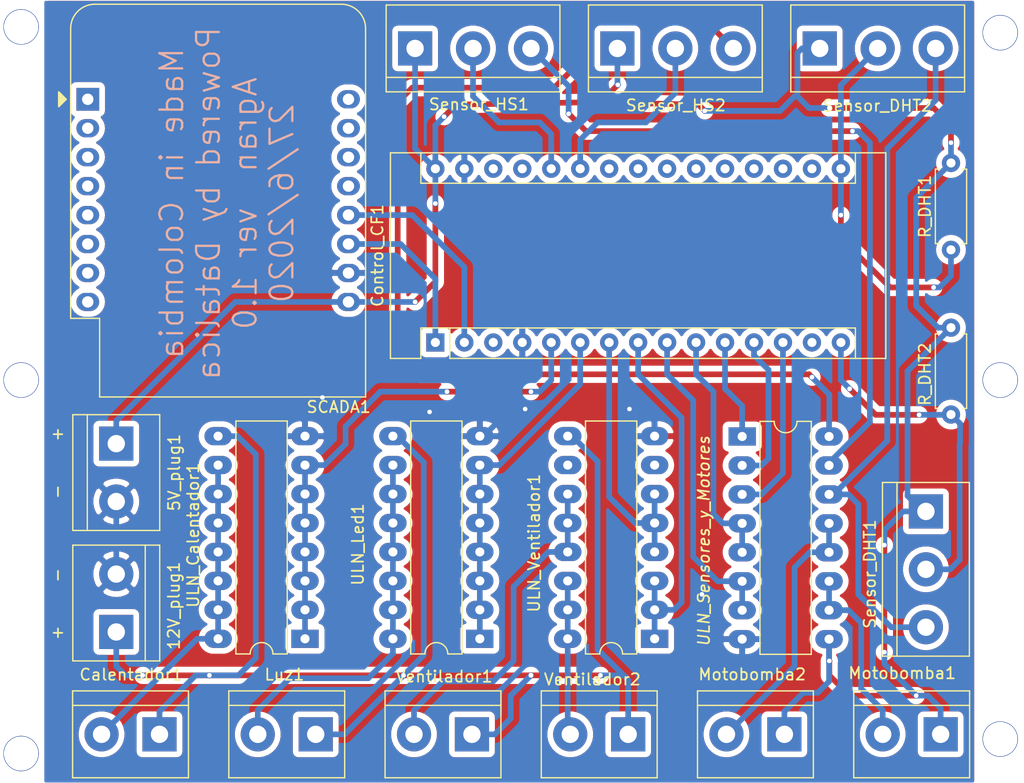
<source format=kicad_pcb>
(kicad_pcb (version 20171130) (host pcbnew 5.1.5-52549c5~84~ubuntu18.04.1)
  (title_block (title "PCB fitotron") (date 2020-06-25) (rev "Version : 2.0") (company Datalica) (comment 3 "Universidad Nacional de colombia") (comment 4 "Autor : Johan Ramirez"))
  (layers (0 F.Cu signal) (31 B.Cu signal hide) (34 B.Paste user) (35 F.Paste user) (36 B.SilkS user hide) (37 F.SilkS user) (38 B.Mask user) (39 F.Mask user) (44 Edge.Cuts user))
  (net 0 "")
  (net 1 GND)
  (net 2 +12V)
  (net 3 +5V)
  (net 4 S_calentador)
  (net 5 "Net-(Control_CF1-Pad28)")
  (net 6 S_Luz)
  (net 7 "Net-(Control_CF1-Pad27)")
  (net 8 S_Ven2)
  (net 9 S_Ven1)
  (net 10 S_DHT)
  (net 11 "Net-(Control_CF1-Pad24)")
  (net 12 S_HS2)
  (net 13 "Net-(Control_CF1-Pad23)")
  (net 14 S_HS1)
  (net 15 "Net-(Control_CF1-Pad22)")
  (net 16 S_Motor2)
  (net 17 "Net-(Control_CF1-Pad21)")
  (net 18 S_Motor1)
  (net 19 "Net-(Control_CF1-Pad20)")
  (net 20 "Net-(Control_CF1-Pad19)")
  (net 21 "Net-(Control_CF1-Pad3)")
  (net 22 "Net-(Control_CF1-Pad18)")
  (net 23 Rx_CF)
  (net 24 "Net-(Control_CF1-Pad17)")
  (net 25 Tx_CF)
  (net 26 "Net-(SCADA1-Pad16)")
  (net 27 "Net-(SCADA1-Pad15)")
  (net 28 "Net-(SCADA1-Pad14)")
  (net 29 "Net-(SCADA1-Pad13)")
  (net 30 "Net-(SCADA1-Pad8)")
  (net 31 "Net-(SCADA1-Pad7)")
  (net 32 "Net-(SCADA1-Pad6)")
  (net 33 "Net-(SCADA1-Pad5)")
  (net 34 "Net-(SCADA1-Pad4)")
  (net 35 "Net-(SCADA1-Pad3)")
  (net 36 "Net-(SCADA1-Pad1)")
  (net 37 "Net-(SCADA1-Pad2)")
  (net 38 Act_calentador)
  (net 39 Signa_DHT2)
  (net 40 Signa_DHT1)
  (net 41 Signa_HS2)
  (net 42 Signa_HS1)
  (net 43 Act_luz)
  (net 44 Act_m1)
  (net 45 Act_m2)
  (net 46 Act_DHT)
  (net 47 Act_HS1)
  (net 48 Act_v2)
  (net 49 "Net-(ULN_Ventilador1-Pad7)")
  (net 50 Act_v1)
  (net 51 "Net-(ULN_Ventilador1-Pad10)")
  (net 52 Act_HS2)
  (net 53 "Net-(Control_CF1-Pad14)")
  (module Module:Arduino_Nano (layer F.Cu) (at 133.096 88.138 90)
    (fp_text reference Control_CF1 (at 7.62 -5.08 90) (layer F.SilkS))
    (fp_text value Arduino_Nano_v2.x)
    (pad 1 thru_hole rect (at 0 0 90) (size 1.6 1.6) (drill 0.8) (layers *.Cu *.Mask) (net 25 Tx_CF))
    (pad 17 thru_hole oval (at 15.24 33.02 90) (size 1.6 1.6) (drill 0.8) (layers *.Cu *.Mask) (net 24 "Net-(Control_CF1-Pad17)"))
    (pad 2 thru_hole oval (at 0 2.54 90) (size 1.6 1.6) (drill 0.8) (layers *.Cu *.Mask) (net 23 Rx_CF))
    (pad 18 thru_hole oval (at 15.24 30.48 90) (size 1.6 1.6) (drill 0.8) (layers *.Cu *.Mask) (net 22 "Net-(Control_CF1-Pad18)"))
    (pad 3 thru_hole oval (at 0 5.08 90) (size 1.6 1.6) (drill 0.8) (layers *.Cu *.Mask) (net 21 "Net-(Control_CF1-Pad3)"))
    (pad 19 thru_hole oval (at 15.24 27.94 90) (size 1.6 1.6) (drill 0.8) (layers *.Cu *.Mask) (net 20 "Net-(Control_CF1-Pad19)"))
    (pad 4 thru_hole oval (at 0 7.62 90) (size 1.6 1.6) (drill 0.8) (layers *.Cu *.Mask) (net 1 GND))
    (pad 20 thru_hole oval (at 15.24 25.4 90) (size 1.6 1.6) (drill 0.8) (layers *.Cu *.Mask) (net 19 "Net-(Control_CF1-Pad20)"))
    (pad 5 thru_hole oval (at 0 10.16 90) (size 1.6 1.6) (drill 0.8) (layers *.Cu *.Mask) (net 4 S_calentador))
    (pad 21 thru_hole oval (at 15.24 22.86 90) (size 1.6 1.6) (drill 0.8) (layers *.Cu *.Mask) (net 17 "Net-(Control_CF1-Pad21)"))
    (pad 6 thru_hole oval (at 0 12.7 90) (size 1.6 1.6) (drill 0.8) (layers *.Cu *.Mask) (net 6 S_Luz))
    (pad 22 thru_hole oval (at 15.24 20.32 90) (size 1.6 1.6) (drill 0.8) (layers *.Cu *.Mask) (net 15 "Net-(Control_CF1-Pad22)"))
    (pad 7 thru_hole oval (at 0 15.24 90) (size 1.6 1.6) (drill 0.8) (layers *.Cu *.Mask) (net 9 S_Ven1))
    (pad 23 thru_hole oval (at 15.24 17.78 90) (size 1.6 1.6) (drill 0.8) (layers *.Cu *.Mask) (net 13 "Net-(Control_CF1-Pad23)"))
    (pad 8 thru_hole oval (at 0 17.78 90) (size 1.6 1.6) (drill 0.8) (layers *.Cu *.Mask) (net 8 S_Ven2))
    (pad 24 thru_hole oval (at 15.24 15.24 90) (size 1.6 1.6) (drill 0.8) (layers *.Cu *.Mask) (net 11 "Net-(Control_CF1-Pad24)"))
    (pad 9 thru_hole oval (at 0 20.32 90) (size 1.6 1.6) (drill 0.8) (layers *.Cu *.Mask) (net 18 S_Motor1))
    (pad 25 thru_hole oval (at 15.24 12.7 90) (size 1.6 1.6) (drill 0.8) (layers *.Cu *.Mask) (net 41 Signa_HS2))
    (pad 10 thru_hole oval (at 0 22.86 90) (size 1.6 1.6) (drill 0.8) (layers *.Cu *.Mask) (net 16 S_Motor2))
    (pad 26 thru_hole oval (at 15.24 10.16 90) (size 1.6 1.6) (drill 0.8) (layers *.Cu *.Mask) (net 42 Signa_HS1))
    (pad 11 thru_hole oval (at 0 25.4 90) (size 1.6 1.6) (drill 0.8) (layers *.Cu *.Mask) (net 12 S_HS2))
    (pad 27 thru_hole oval (at 15.24 7.62 90) (size 1.6 1.6) (drill 0.8) (layers *.Cu *.Mask) (net 7 "Net-(Control_CF1-Pad27)"))
    (pad 12 thru_hole oval (at 0 27.94 90) (size 1.6 1.6) (drill 0.8) (layers *.Cu *.Mask) (net 14 S_HS1))
    (pad 28 thru_hole oval (at 15.24 5.08 90) (size 1.6 1.6) (drill 0.8) (layers *.Cu *.Mask) (net 5 "Net-(Control_CF1-Pad28)"))
    (pad 13 thru_hole oval (at 0 30.48 90) (size 1.6 1.6) (drill 0.8) (layers *.Cu *.Mask) (net 10 S_DHT))
    (pad 29 thru_hole oval (at 15.24 2.54 90) (size 1.6 1.6) (drill 0.8) (layers *.Cu *.Mask) (net 1 GND))
    (pad 14 thru_hole oval (at 0 33.02 90) (size 1.6 1.6) (drill 0.8) (layers *.Cu *.Mask) (net 53 "Net-(Control_CF1-Pad14)"))
    (pad 30 thru_hole oval (at 15.24 0 90) (size 1.6 1.6) (drill 0.8) (layers *.Cu *.Mask) (net 3 +5V))
    (pad 15 thru_hole oval (at 0 35.56 90) (size 1.6 1.6) (drill 0.8) (layers *.Cu *.Mask) (net 40 Signa_DHT1))
    (pad 16 thru_hole oval (at 15.24 35.56 90) (size 1.6 1.6) (drill 0.8) (layers *.Cu *.Mask) (net 39 Signa_DHT2))
  )
  (module TerminalBlock:TerminalBlock_bornier-2_P5.08mm (layer F.Cu) (at 177.4 122.522 180)
    (fp_text reference Motobomba1 (at 3.372 5.368) (layer F.SilkS))
    (fp_text value Conn_01x02_Female hide)
    (pad 2 thru_hole circle (at 5.08 0 180) (size 3 3) (drill 1.52) (layers *.Cu *.Mask) (net 44 Act_m1))
    (pad 1 thru_hole rect (at 0 0 180) (size 3 3) (drill 1.52) (layers *.Cu *.Mask) (net 3 +5V))
  )
  (module Resistor_THT:R_Axial_DIN0207_L6.3mm_D2.5mm_P7.62mm_Horizontal (layer F.Cu) (at 178.308 86.842 270)
    (fp_text reference R_DHT2 (at 4.09 2.286 90) (layer F.SilkS))
    (fp_text value 10K hide)
    (pad 2 thru_hole oval (at 7.62 0 270) (size 1.6 1.6) (drill 0.8) (layers *.Cu *.Mask) (net 40 Signa_DHT1))
    (pad 1 thru_hole circle (at 0 0 270) (size 1.6 1.6) (drill 0.8) (layers *.Cu *.Mask) (net 3 +5V))
  )
  (module TerminalBlock:TerminalBlock_bornier-3_P5.08mm (layer F.Cu) (at 166.8 62.342)
    (fp_text reference Sensor_DHT2 (at 5.05 5.027) (layer F.SilkS))
    (fp_text value Conn_01x03_Female hide)
    (pad 3 thru_hole circle (at 10.16 0) (size 3 3) (drill 1.52) (layers *.Cu *.Mask) (net 46 Act_DHT))
    (pad 2 thru_hole circle (at 5.08 0) (size 3 3) (drill 1.52) (layers *.Cu *.Mask) (net 39 Signa_DHT2))
    (pad 1 thru_hole rect (at 0 0) (size 3 3) (drill 1.52) (layers *.Cu *.Mask) (net 3 +5V))
  )
  (module Module:WEMOS_D1_mini_light (layer F.Cu) (at 102.616 66.802)
    (fp_text reference SCADA1 (at 22 27) (layer F.SilkS))
    (fp_text value WeMos_D1_mini)
    (pad 16 thru_hole oval (at 22.86 0) (size 2 1.6) (drill 1) (layers *.Cu *.Mask) (net 26 "Net-(SCADA1-Pad16)"))
    (pad 15 thru_hole oval (at 22.86 2.54) (size 2 1.6) (drill 1) (layers *.Cu *.Mask) (net 27 "Net-(SCADA1-Pad15)"))
    (pad 14 thru_hole oval (at 22.86 5.08) (size 2 1.6) (drill 1) (layers *.Cu *.Mask) (net 28 "Net-(SCADA1-Pad14)"))
    (pad 13 thru_hole oval (at 22.86 7.62) (size 2 1.6) (drill 1) (layers *.Cu *.Mask) (net 29 "Net-(SCADA1-Pad13)"))
    (pad 12 thru_hole oval (at 22.86 10.16) (size 2 1.6) (drill 1) (layers *.Cu *.Mask) (net 23 Rx_CF))
    (pad 11 thru_hole oval (at 22.86 12.7) (size 2 1.6) (drill 1) (layers *.Cu *.Mask) (net 25 Tx_CF))
    (pad 10 thru_hole oval (at 22.86 15.24) (size 2 1.6) (drill 1) (layers *.Cu *.Mask) (net 1 GND))
    (pad 9 thru_hole oval (at 22.86 17.78) (size 2 1.6) (drill 1) (layers *.Cu *.Mask) (net 3 +5V))
    (pad 8 thru_hole oval (at 0 17.78) (size 2 1.6) (drill 1) (layers *.Cu *.Mask) (net 30 "Net-(SCADA1-Pad8)"))
    (pad 7 thru_hole oval (at 0 15.24) (size 2 1.6) (drill 1) (layers *.Cu *.Mask) (net 31 "Net-(SCADA1-Pad7)"))
    (pad 6 thru_hole oval (at 0 12.7) (size 2 1.6) (drill 1) (layers *.Cu *.Mask) (net 32 "Net-(SCADA1-Pad6)"))
    (pad 5 thru_hole oval (at 0 10.16) (size 2 1.6) (drill 1) (layers *.Cu *.Mask) (net 33 "Net-(SCADA1-Pad5)"))
    (pad 4 thru_hole oval (at 0 7.62) (size 2 1.6) (drill 1) (layers *.Cu *.Mask) (net 34 "Net-(SCADA1-Pad4)"))
    (pad 3 thru_hole oval (at 0 5.08) (size 2 1.6) (drill 1) (layers *.Cu *.Mask) (net 35 "Net-(SCADA1-Pad3)"))
    (pad 1 thru_hole rect (at 0 0) (size 2 2) (drill 1) (layers *.Cu *.Mask) (net 36 "Net-(SCADA1-Pad1)"))
    (pad 2 thru_hole oval (at 0 2.54) (size 2 1.6) (drill 1) (layers *.Cu *.Mask) (net 37 "Net-(SCADA1-Pad2)"))
  )
  (module Package_DIP:DIP-16_W7.62mm_LongPads (layer F.Cu) (at 136.993334 114.14 180)
    (fp_text reference ULN_Led1 (at 10.694668 8.276 270) (layer F.SilkS))
    (fp_text value ULN2003A hide)
    (pad 16 thru_hole oval (at 7.62 0 180) (size 2.4 1.6) (drill 0.8) (layers *.Cu *.Mask) (net 43 Act_luz))
    (pad 8 thru_hole oval (at 0 17.78 180) (size 2.4 1.6) (drill 0.8) (layers *.Cu *.Mask) (net 1 GND))
    (pad 15 thru_hole oval (at 7.62 2.54 180) (size 2.4 1.6) (drill 0.8) (layers *.Cu *.Mask) (net 43 Act_luz))
    (pad 7 thru_hole oval (at 0 15.24 180) (size 2.4 1.6) (drill 0.8) (layers *.Cu *.Mask) (net 6 S_Luz))
    (pad 14 thru_hole oval (at 7.62 5.08 180) (size 2.4 1.6) (drill 0.8) (layers *.Cu *.Mask) (net 43 Act_luz))
    (pad 6 thru_hole oval (at 0 12.7 180) (size 2.4 1.6) (drill 0.8) (layers *.Cu *.Mask) (net 6 S_Luz))
    (pad 13 thru_hole oval (at 7.62 7.62 180) (size 2.4 1.6) (drill 0.8) (layers *.Cu *.Mask) (net 43 Act_luz))
    (pad 5 thru_hole oval (at 0 10.16 180) (size 2.4 1.6) (drill 0.8) (layers *.Cu *.Mask) (net 6 S_Luz))
    (pad 12 thru_hole oval (at 7.62 10.16 180) (size 2.4 1.6) (drill 0.8) (layers *.Cu *.Mask) (net 43 Act_luz))
    (pad 4 thru_hole oval (at 0 7.62 180) (size 2.4 1.6) (drill 0.8) (layers *.Cu *.Mask) (net 6 S_Luz))
    (pad 11 thru_hole oval (at 7.62 12.7 180) (size 2.4 1.6) (drill 0.8) (layers *.Cu *.Mask) (net 43 Act_luz))
    (pad 3 thru_hole oval (at 0 5.08 180) (size 2.4 1.6) (drill 0.8) (layers *.Cu *.Mask) (net 6 S_Luz))
    (pad 10 thru_hole oval (at 7.62 15.24 180) (size 2.4 1.6) (drill 0.8) (layers *.Cu *.Mask) (net 43 Act_luz))
    (pad 2 thru_hole oval (at 0 2.54 180) (size 2.4 1.6) (drill 0.8) (layers *.Cu *.Mask) (net 6 S_Luz))
    (pad 9 thru_hole oval (at 7.62 17.78 180) (size 2.4 1.6) (drill 0.8) (layers *.Cu *.Mask) (net 2 +12V))
    (pad 1 thru_hole rect (at 0 0 180) (size 2.4 1.6) (drill 0.8) (layers *.Cu *.Mask) (net 6 S_Luz))
  )
  (module Package_DIP:DIP-16_W7.62mm_LongPads (layer F.Cu) (at 152.320667 114.14 180)
    (fp_text reference ULN_Ventilador1 (at 10.571334 8.396 270) (layer F.SilkS))
    (fp_text value ULN2003A hide)
    (pad 16 thru_hole oval (at 7.62 0 180) (size 2.4 1.6) (drill 0.8) (layers *.Cu *.Mask) (net 48 Act_v2))
    (pad 8 thru_hole oval (at 0 17.78 180) (size 2.4 1.6) (drill 0.8) (layers *.Cu *.Mask) (net 1 GND))
    (pad 15 thru_hole oval (at 7.62 2.54 180) (size 2.4 1.6) (drill 0.8) (layers *.Cu *.Mask) (net 48 Act_v2))
    (pad 7 thru_hole oval (at 0 15.24 180) (size 2.4 1.6) (drill 0.8) (layers *.Cu *.Mask) (net 49 "Net-(ULN_Ventilador1-Pad7)"))
    (pad 14 thru_hole oval (at 7.62 5.08 180) (size 2.4 1.6) (drill 0.8) (layers *.Cu *.Mask) (net 48 Act_v2))
    (pad 6 thru_hole oval (at 0 12.7 180) (size 2.4 1.6) (drill 0.8) (layers *.Cu *.Mask) (net 9 S_Ven1))
    (pad 13 thru_hole oval (at 7.62 7.62 180) (size 2.4 1.6) (drill 0.8) (layers *.Cu *.Mask) (net 50 Act_v1))
    (pad 5 thru_hole oval (at 0 10.16 180) (size 2.4 1.6) (drill 0.8) (layers *.Cu *.Mask) (net 9 S_Ven1))
    (pad 12 thru_hole oval (at 7.62 10.16 180) (size 2.4 1.6) (drill 0.8) (layers *.Cu *.Mask) (net 50 Act_v1))
    (pad 4 thru_hole oval (at 0 7.62 180) (size 2.4 1.6) (drill 0.8) (layers *.Cu *.Mask) (net 9 S_Ven1))
    (pad 11 thru_hole oval (at 7.62 12.7 180) (size 2.4 1.6) (drill 0.8) (layers *.Cu *.Mask) (net 50 Act_v1))
    (pad 3 thru_hole oval (at 0 5.08 180) (size 2.4 1.6) (drill 0.8) (layers *.Cu *.Mask) (net 8 S_Ven2))
    (pad 10 thru_hole oval (at 7.62 15.24 180) (size 2.4 1.6) (drill 0.8) (layers *.Cu *.Mask) (net 51 "Net-(ULN_Ventilador1-Pad10)"))
    (pad 2 thru_hole oval (at 0 2.54 180) (size 2.4 1.6) (drill 0.8) (layers *.Cu *.Mask) (net 8 S_Ven2))
    (pad 9 thru_hole oval (at 7.62 17.78 180) (size 2.4 1.6) (drill 0.8) (layers *.Cu *.Mask) (net 2 +12V))
    (pad 1 thru_hole rect (at 0 0 180) (size 2.4 1.6) (drill 0.8) (layers *.Cu *.Mask) (net 8 S_Ven2))
  )
  (module TerminalBlock:TerminalBlock_bornier-2_P5.08mm (layer F.Cu) (at 108.906 122.522 180)
    (fp_text reference Calentador1 (at 2.488 5.238) (layer F.SilkS))
    (fp_text value Conn_01x02_Female hide)
    (pad 2 thru_hole circle (at 5.08 0 180) (size 3 3) (drill 1.52) (layers *.Cu *.Mask) (net 38 Act_calentador))
    (pad 1 thru_hole rect (at 0 0 180) (size 3 3) (drill 1.52) (layers *.Cu *.Mask) (net 2 +12V))
  )
  (module TerminalBlock:TerminalBlock_bornier-2_P5.08mm (layer F.Cu) (at 122.6048 122.522 180)
    (fp_text reference Luz1 (at 2.7468 5.238) (layer F.SilkS))
    (fp_text value Conn_01x02_Female hide)
    (pad 2 thru_hole circle (at 5.08 0 180) (size 3 3) (drill 1.52) (layers *.Cu *.Mask) (net 43 Act_luz))
    (pad 1 thru_hole rect (at 0 0 180) (size 3 3) (drill 1.52) (layers *.Cu *.Mask) (net 2 +12V))
  )
  (module TerminalBlock:TerminalBlock_bornier-2_P5.08mm (layer F.Cu) (at 163.7012 122.522 180)
    (fp_text reference Motobomba2 (at 2.8232 5.258) (layer F.SilkS))
    (fp_text value Conn_01x02_Female hide)
    (pad 2 thru_hole circle (at 5.08 0 180) (size 3 3) (drill 1.52) (layers *.Cu *.Mask) (net 45 Act_m2))
    (pad 1 thru_hole rect (at 0 0 180) (size 3 3) (drill 1.52) (layers *.Cu *.Mask) (net 3 +5V))
  )
  (module Package_DIP:DIP-16_W7.62mm_LongPads (layer F.Cu) (at 121.666 114.14 180)
    (fp_text reference ULN_Calentador1 (at 9.808 9.086 270) (layer F.SilkS))
    (fp_text value ULN2003A hide)
    (pad 16 thru_hole oval (at 7.62 0 180) (size 2.4 1.6) (drill 0.8) (layers *.Cu *.Mask) (net 38 Act_calentador))
    (pad 8 thru_hole oval (at 0 17.78 180) (size 2.4 1.6) (drill 0.8) (layers *.Cu *.Mask) (net 1 GND))
    (pad 15 thru_hole oval (at 7.62 2.54 180) (size 2.4 1.6) (drill 0.8) (layers *.Cu *.Mask) (net 38 Act_calentador))
    (pad 7 thru_hole oval (at 0 15.24 180) (size 2.4 1.6) (drill 0.8) (layers *.Cu *.Mask) (net 4 S_calentador))
    (pad 14 thru_hole oval (at 7.62 5.08 180) (size 2.4 1.6) (drill 0.8) (layers *.Cu *.Mask) (net 38 Act_calentador))
    (pad 6 thru_hole oval (at 0 12.7 180) (size 2.4 1.6) (drill 0.8) (layers *.Cu *.Mask) (net 4 S_calentador))
    (pad 13 thru_hole oval (at 7.62 7.62 180) (size 2.4 1.6) (drill 0.8) (layers *.Cu *.Mask) (net 38 Act_calentador))
    (pad 5 thru_hole oval (at 0 10.16 180) (size 2.4 1.6) (drill 0.8) (layers *.Cu *.Mask) (net 4 S_calentador))
    (pad 12 thru_hole oval (at 7.62 10.16 180) (size 2.4 1.6) (drill 0.8) (layers *.Cu *.Mask) (net 38 Act_calentador))
    (pad 4 thru_hole oval (at 0 7.62 180) (size 2.4 1.6) (drill 0.8) (layers *.Cu *.Mask) (net 4 S_calentador))
    (pad 11 thru_hole oval (at 7.62 12.7 180) (size 2.4 1.6) (drill 0.8) (layers *.Cu *.Mask) (net 38 Act_calentador))
    (pad 3 thru_hole oval (at 0 5.08 180) (size 2.4 1.6) (drill 0.8) (layers *.Cu *.Mask) (net 4 S_calentador))
    (pad 10 thru_hole oval (at 7.62 15.24 180) (size 2.4 1.6) (drill 0.8) (layers *.Cu *.Mask) (net 38 Act_calentador))
    (pad 2 thru_hole oval (at 0 2.54 180) (size 2.4 1.6) (drill 0.8) (layers *.Cu *.Mask) (net 4 S_calentador))
    (pad 9 thru_hole oval (at 7.62 17.78 180) (size 2.4 1.6) (drill 0.8) (layers *.Cu *.Mask) (net 2 +12V))
    (pad 1 thru_hole rect (at 0 0 180) (size 2.4 1.6) (drill 0.8) (layers *.Cu *.Mask) (net 4 S_calentador))
  )
  (module Package_DIP:DIP-16_W7.62mm_LongPads (layer F.Cu) (at 159.998 96.39)
    (fp_text reference ULN_Sensores_y_Motores (at -3.36 9.164 270) (layer F.SilkS) (effects (font (thickness 0.15) italic)))
    (fp_text value ULN2003A hide)
    (pad 16 thru_hole oval (at 7.62 0) (size 2.4 1.6) (drill 0.8) (layers *.Cu *.Mask) (net 52 Act_HS2))
    (pad 8 thru_hole oval (at 0 17.78) (size 2.4 1.6) (drill 0.8) (layers *.Cu *.Mask) (net 1 GND))
    (pad 15 thru_hole oval (at 7.62 2.54) (size 2.4 1.6) (drill 0.8) (layers *.Cu *.Mask) (net 47 Act_HS1))
    (pad 7 thru_hole oval (at 0 15.24) (size 2.4 1.6) (drill 0.8) (layers *.Cu *.Mask) (net 18 S_Motor1))
    (pad 14 thru_hole oval (at 7.62 5.08) (size 2.4 1.6) (drill 0.8) (layers *.Cu *.Mask) (net 46 Act_DHT))
    (pad 6 thru_hole oval (at 0 12.7) (size 2.4 1.6) (drill 0.8) (layers *.Cu *.Mask) (net 18 S_Motor1))
    (pad 13 thru_hole oval (at 7.62 7.62) (size 2.4 1.6) (drill 0.8) (layers *.Cu *.Mask) (net 45 Act_m2))
    (pad 5 thru_hole oval (at 0 10.16) (size 2.4 1.6) (drill 0.8) (layers *.Cu *.Mask) (net 16 S_Motor2))
    (pad 12 thru_hole oval (at 7.62 10.16) (size 2.4 1.6) (drill 0.8) (layers *.Cu *.Mask) (net 45 Act_m2))
    (pad 4 thru_hole oval (at 0 7.62) (size 2.4 1.6) (drill 0.8) (layers *.Cu *.Mask) (net 16 S_Motor2))
    (pad 11 thru_hole oval (at 7.62 12.7) (size 2.4 1.6) (drill 0.8) (layers *.Cu *.Mask) (net 44 Act_m1))
    (pad 3 thru_hole oval (at 0 5.08) (size 2.4 1.6) (drill 0.8) (layers *.Cu *.Mask) (net 10 S_DHT))
    (pad 10 thru_hole oval (at 7.62 15.24) (size 2.4 1.6) (drill 0.8) (layers *.Cu *.Mask) (net 44 Act_m1))
    (pad 2 thru_hole oval (at 0 2.54) (size 2.4 1.6) (drill 0.8) (layers *.Cu *.Mask) (net 14 S_HS1))
    (pad 9 thru_hole oval (at 7.62 17.78) (size 2.4 1.6) (drill 0.8) (layers *.Cu *.Mask) (net 3 +5V))
    (pad 1 thru_hole rect (at 0 0) (size 2.4 1.6) (drill 0.8) (layers *.Cu *.Mask) (net 12 S_HS2))
  )
  (module TerminalBlock:TerminalBlock_bornier-2_P5.08mm (layer F.Cu) (at 136.3036 122.522 180)
    (fp_text reference Ventilador1 (at 2.4356 5.068) (layer F.SilkS))
    (fp_text value Conn_01x02_Female hide)
    (pad 2 thru_hole circle (at 5.08 0 180) (size 3 3) (drill 1.52) (layers *.Cu *.Mask) (net 50 Act_v1))
    (pad 1 thru_hole rect (at 0 0 180) (size 3 3) (drill 1.52) (layers *.Cu *.Mask) (net 2 +12V))
  )
  (module TerminalBlock:TerminalBlock_bornier-2_P5.08mm (layer F.Cu) (at 150.0024 122.522 180)
    (fp_text reference Ventilador2 (at 3.1444 4.818) (layer F.SilkS))
    (fp_text value Conn_01x02_Female hide)
    (pad 2 thru_hole circle (at 5.08 0 180) (size 3 3) (drill 1.52) (layers *.Cu *.Mask) (net 48 Act_v2))
    (pad 1 thru_hole rect (at 0 0 180) (size 3 3) (drill 1.52) (layers *.Cu *.Mask) (net 2 +12V))
  )
  (module Resistor_THT:R_Axial_DIN0207_L6.3mm_D2.5mm_P7.62mm_Horizontal (layer F.Cu) (at 178.308 72.39 270)
    (fp_text reference R_DHT1 (at 3.81 2.286 90) (layer F.SilkS))
    (fp_text value 10K hide)
    (pad 2 thru_hole oval (at 7.62 0 270) (size 1.6 1.6) (drill 0.8) (layers *.Cu *.Mask) (net 39 Signa_DHT2))
    (pad 1 thru_hole circle (at 0 0 270) (size 1.6 1.6) (drill 0.8) (layers *.Cu *.Mask) (net 3 +5V))
  )
  (module TerminalBlock:TerminalBlock_bornier-2_P5.08mm (layer F.Cu) (at 105.116 113.541 90)
    (fp_text reference 12V_plug1 (at 2.297 5.052 90) (layer F.SilkS))
    (fp_text value Conn_01x02_Female hide)
    (pad 2 thru_hole circle (at 5.08 0 90) (size 3 3) (drill 1.52) (layers *.Cu *.Mask) (net 1 GND))
    (pad 1 thru_hole rect (at 0 0 90) (size 3 3) (drill 1.52) (layers *.Cu *.Mask) (net 2 +12V))
  )
  (module TerminalBlock:TerminalBlock_bornier-2_P5.08mm (layer F.Cu) (at 105.116 97.016 270)
    (fp_text reference 5V_plug1 (at 2.54 -5.08 90) (layer F.SilkS))
    (fp_text value Conn_01x02_Female hide)
    (pad 2 thru_hole circle (at 5.08 0 270) (size 3 3) (drill 1.52) (layers *.Cu *.Mask) (net 1 GND))
    (pad 1 thru_hole rect (at 0 0 270) (size 3 3) (drill 1.52) (layers *.Cu *.Mask) (net 3 +5V))
  )
  (module TerminalBlock:TerminalBlock_bornier-3_P5.08mm (layer F.Cu) (at 176.11 102.964 270)
    (fp_text reference Sensor_DHT1 (at 5.494 4.914 90) (layer F.SilkS))
    (fp_text value Conn_01x03_Female hide)
    (pad 3 thru_hole circle (at 10.16 0 270) (size 3 3) (drill 1.52) (layers *.Cu *.Mask) (net 46 Act_DHT))
    (pad 2 thru_hole circle (at 5.08 0 270) (size 3 3) (drill 1.52) (layers *.Cu *.Mask) (net 40 Signa_DHT1))
    (pad 1 thru_hole rect (at 0 0 270) (size 3 3) (drill 1.52) (layers *.Cu *.Mask) (net 3 +5V))
  )
  (module TerminalBlock:TerminalBlock_bornier-3_P5.08mm (layer F.Cu) (at 131.318 62.342)
    (fp_text reference Sensor_HS1 (at 5.592 4.907) (layer F.SilkS))
    (fp_text value Conn_01x03_Female hide)
    (pad 3 thru_hole circle (at 10.16 0) (size 3 3) (drill 1.52) (layers *.Cu *.Mask) (net 47 Act_HS1))
    (pad 2 thru_hole circle (at 5.08 0) (size 3 3) (drill 1.52) (layers *.Cu *.Mask) (net 42 Signa_HS1))
    (pad 1 thru_hole rect (at 0 0) (size 3 3) (drill 1.52) (layers *.Cu *.Mask) (net 3 +5V))
  )
  (module TerminalBlock:TerminalBlock_bornier-3_P5.08mm (layer F.Cu) (at 149.059 62.342)
    (fp_text reference Sensor_HS2 (at 5.121 4.997) (layer F.SilkS))
    (fp_text value Conn_01x03_Female hide)
    (pad 3 thru_hole circle (at 10.16 0) (size 3 3) (drill 1.52) (layers *.Cu *.Mask) (net 52 Act_HS2))
    (pad 2 thru_hole circle (at 5.08 0) (size 3 3) (drill 1.52) (layers *.Cu *.Mask) (net 41 Signa_HS2))
    (pad 1 thru_hole rect (at 0 0) (size 3 3) (drill 1.52) (layers *.Cu *.Mask) (net 3 +5V))
  )
  (gr_text "Made in Colombia\nPowered by Datalica\nAgran  ver 1.0\n27/6/2020\n" (at 114.808 75.946 90) (layer B.SilkS) (effects (font (size 2 2) (thickness 0.2)) (justify mirror)))
  (gr_text "+     -        -     +\n" (at 100.076 104.902 270) (layer F.SilkS) (effects (font (size 1 1))))
  (via (at 182.626 122.936) (size 3.1) (drill 3) (layers F.Cu B.Cu) (net 0))
  (via (at 182.626 91.44) (size 3.1) (drill 3) (layers F.Cu B.Cu) (net 0))
  (via (at 182.626 60.96) (size 3.1) (drill 3) (layers F.Cu B.Cu) (net 0))
  (via (at 96.774 124.206) (size 3.1) (drill 3) (layers F.Cu B.Cu) (net 0))
  (via (at 96.774 60.452) (size 3.1) (drill 3) (layers F.Cu B.Cu) (net 0))
  (via (at 96.774 91.44) (size 3.1) (drill 3) (layers F.Cu B.Cu) (net 0))
  (segment (start 105.116 102.096) (end 109.982 97.23) (width 0.5) (layer B.Cu) (net 1))
  (segment (start 109.982 97.23) (end 109.982 95.25) (width 0.5) (layer B.Cu) (net 1))
  (segment (start 109.982 95.25) (end 112.268 92.964) (width 0.5) (layer B.Cu) (net 1))
  (segment (start 121.666 95.06) (end 121.666 96.36) (width 0.5) (layer B.Cu) (net 1))
  (segment (start 112.268 92.964) (end 119.57 92.964) (width 0.5) (layer B.Cu) (net 1))
  (segment (start 125.476 82.042) (end 113.284 82.042) (width 0.5) (layer B.Cu) (net 1))
  (segment (start 113.284 82.042) (end 102.108 93.218) (width 0.5) (layer B.Cu) (net 1))
  (segment (start 102.108 99.088) (end 105.116 102.096) (width 0.5) (layer B.Cu) (net 1))
  (segment (start 102.108 93.218) (end 102.108 99.088) (width 0.5) (layer B.Cu) (net 1))
  (segment (start 140.716 80.772) (end 140.716 88.138) (width 0.5) (layer B.Cu) (net 1))
  (segment (start 135.636 72.898) (end 135.636 75.692) (width 0.5) (layer B.Cu) (net 1))
  (segment (start 135.636 75.692) (end 140.716 80.772) (width 0.5) (layer B.Cu) (net 1))
  (segment (start 136.993334 96.36) (end 136.993334 93.638666) (width 0.5) (layer B.Cu) (net 1))
  (segment (start 140.716 89.916) (end 140.716 88.138) (width 0.5) (layer B.Cu) (net 1))
  (segment (start 136.993334 93.638666) (end 140.716 89.916) (width 0.5) (layer B.Cu) (net 1))
  (segment (start 152.320667 95.06) (end 151.240667 93.98) (width 0.5) (layer B.Cu) (net 1))
  (segment (start 152.320667 96.36) (end 152.320667 95.06) (width 0.5) (layer B.Cu) (net 1))
  (via (at 150.114 93.98) (size 0.5) (drill 0.4) (layers F.Cu B.Cu) (net 1))
  (segment (start 151.240667 93.98) (end 150.114 93.98) (width 0.5) (layer B.Cu) (net 1))
  (segment (start 150.114 93.98) (end 140.97 93.98) (width 0.5) (layer F.Cu) (net 1))
  (via (at 140.97 93.98) (size 0.5) (drill 0.4) (layers F.Cu B.Cu) (net 1))
  (segment (start 140.97 93.98) (end 139.954 93.98) (width 0.5) (layer B.Cu) (net 1))
  (segment (start 136.993334 96.36) (end 137.32 96.36) (width 0.5) (layer B.Cu) (net 1))
  (segment (start 139.7 93.98) (end 139.954 93.98) (width 0.5) (layer B.Cu) (net 1))
  (segment (start 137.32 96.36) (end 139.7 93.98) (width 0.5) (layer B.Cu) (net 1))
  (segment (start 158.298 114.17) (end 156.464 112.336) (width 0.5) (layer B.Cu) (net 1))
  (segment (start 159.998 114.17) (end 158.298 114.17) (width 0.5) (layer B.Cu) (net 1))
  (segment (start 156.464 112.336) (end 156.464 110.49) (width 0.5) (layer B.Cu) (net 1))
  (via (at 156.464 110.236) (size 0.5) (drill 0.4) (layers F.Cu B.Cu) (net 1))
  (segment (start 156.464 110.49) (end 156.464 110.236) (width 0.5) (layer B.Cu) (net 1))
  (segment (start 156.464 110.236) (end 156.464 95.504) (width 0.5) (layer F.Cu) (net 1))
  (segment (start 154.94 93.98) (end 156.21 95.25) (width 0.5) (layer F.Cu) (net 1))
  (segment (start 156.464 95.504) (end 156.21 95.25) (width 0.5) (layer F.Cu) (net 1))
  (segment (start 150.114 93.98) (end 154.94 93.98) (width 0.5) (layer F.Cu) (net 1))
  (segment (start 135.293334 96.36) (end 133.167334 94.234) (width 0.5) (layer B.Cu) (net 1))
  (segment (start 136.993334 96.36) (end 135.293334 96.36) (width 0.5) (layer B.Cu) (net 1))
  (via (at 132.588 94.234) (size 0.5) (drill 0.4) (layers F.Cu B.Cu) (net 1))
  (segment (start 133.167334 94.234) (end 132.588 94.234) (width 0.5) (layer B.Cu) (net 1))
  (segment (start 132.588 94.234) (end 126.492 94.234) (width 0.5) (layer F.Cu) (net 1))
  (via (at 123.19 92.964) (size 0.5) (drill 0.4) (layers F.Cu B.Cu) (net 1))
  (segment (start 126.492 94.234) (end 125.222 92.964) (width 0.5) (layer F.Cu) (net 1))
  (segment (start 125.222 92.964) (end 123.19 92.964) (width 0.5) (layer F.Cu) (net 1))
  (segment (start 123.19 92.964) (end 119.634 92.964) (width 0.5) (layer B.Cu) (net 1))
  (segment (start 119.57 92.964) (end 119.634 92.964) (width 0.5) (layer B.Cu) (net 1))
  (segment (start 119.634 92.964) (end 121.666 95.06) (width 0.5) (layer B.Cu) (net 1))
  (segment (start 105.116 102.096) (end 105.116 108.461) (width 0.5) (layer B.Cu) (net 1))
  (segment (start 105.116 113.832) (end 105.116 113.541) (width 0.5) (layer B.Cu) (net 2))
  (segment (start 150.0024 122.522) (end 150.0024 117.7444) (width 0.5) (layer B.Cu) (net 2))
  (segment (start 150.0024 117.7444) (end 149.606 117.348) (width 0.5) (layer B.Cu) (net 2))
  (segment (start 149.606 117.348) (end 148.844 117.348) (width 0.5) (layer B.Cu) (net 2))
  (segment (start 148.844 117.348) (end 147.574 117.348) (width 0.5) (layer B.Cu) (net 2))
  (segment (start 108.906 120.522) (end 112.08 117.348) (width 0.5) (layer B.Cu) (net 2))
  (segment (start 108.906 122.522) (end 108.906 120.522) (width 0.5) (layer B.Cu) (net 2))
  (segment (start 112.08 117.348) (end 113.284 117.348) (width 0.5) (layer B.Cu) (net 2))
  (segment (start 113.284 117.348) (end 113.284 117.348) (width 0.5) (layer B.Cu) (net 2))
  (via (at 113.284 117.348) (size 0.5) (drill 0.4) (layers F.Cu B.Cu) (net 2))
  (segment (start 113.284 117.348) (end 130.302 117.348) (width 0.5) (layer F.Cu) (net 2))
  (segment (start 147.574 117.348) (end 147.574 117.348) (width 0.5) (layer F.Cu) (net 2))
  (via (at 147.574 117.348) (size 0.5) (drill 0.4) (layers F.Cu B.Cu) (net 2))
  (segment (start 130.302 117.348) (end 141.478 117.348) (width 0.5) (layer F.Cu) (net 2))
  (via (at 130.302 117.348) (size 0.5) (drill 0.4) (layers F.Cu B.Cu) (net 2))
  (segment (start 125.128 122.522) (end 130.302 117.348) (width 0.5) (layer B.Cu) (net 2))
  (segment (start 122.6048 122.522) (end 125.128 122.522) (width 0.5) (layer B.Cu) (net 2))
  (segment (start 141.478 117.348) (end 141.478 117.348) (width 0.5) (layer F.Cu) (net 2))
  (via (at 141.478 117.348) (size 0.5) (drill 0.4) (layers F.Cu B.Cu) (net 2))
  (segment (start 141.478 117.348) (end 147.574 117.348) (width 0.5) (layer F.Cu) (net 2))
  (via (at 141.478 117.348) (size 0.5) (drill 0.4) (layers F.Cu B.Cu) (net 2))
  (segment (start 139.7 119.126) (end 141.478 117.348) (width 0.5) (layer B.Cu) (net 2))
  (segment (start 139.7 121.1256) (end 139.7 119.126) (width 0.5) (layer B.Cu) (net 2))
  (segment (start 136.3036 122.522) (end 138.3036 122.522) (width 0.5) (layer B.Cu) (net 2))
  (segment (start 138.3036 122.522) (end 139.7 121.1256) (width 0.5) (layer B.Cu) (net 2))
  (via (at 107.442 117.348) (size 0.5) (drill 0.4) (layers F.Cu B.Cu) (net 2))
  (segment (start 113.284 117.348) (end 107.442 117.348) (width 0.5) (layer F.Cu) (net 2))
  (segment (start 107.442 117.348) (end 105.918 117.348) (width 0.5) (layer B.Cu) (net 2))
  (segment (start 105.116 116.546) (end 105.116 113.541) (width 0.5) (layer B.Cu) (net 2))
  (segment (start 105.918 117.348) (end 105.116 116.546) (width 0.5) (layer B.Cu) (net 2))
  (segment (start 113.284 117.348) (end 115.824 117.348) (width 0.5) (layer B.Cu) (net 2))
  (segment (start 115.824 117.348) (end 117.348 115.824) (width 0.5) (layer B.Cu) (net 2))
  (segment (start 115.746 96.36) (end 114.046 96.36) (width 0.5) (layer B.Cu) (net 2))
  (segment (start 117.348 97.962) (end 115.746 96.36) (width 0.5) (layer B.Cu) (net 2))
  (segment (start 117.348 115.824) (end 117.348 97.962) (width 0.5) (layer B.Cu) (net 2))
  (segment (start 129.773334 96.36) (end 132.08 98.666666) (width 0.5) (layer B.Cu) (net 2))
  (segment (start 129.373334 96.36) (end 129.773334 96.36) (width 0.5) (layer B.Cu) (net 2))
  (segment (start 132.08 115.57) (end 130.302 117.348) (width 0.5) (layer B.Cu) (net 2))
  (segment (start 132.08 98.666666) (end 132.08 115.57) (width 0.5) (layer B.Cu) (net 2))
  (segment (start 145.100667 96.36) (end 147.32 98.579333) (width 0.5) (layer B.Cu) (net 2))
  (segment (start 144.700667 96.36) (end 145.100667 96.36) (width 0.5) (layer B.Cu) (net 2))
  (segment (start 147.32 115.062) (end 149.606 117.348) (width 0.5) (layer B.Cu) (net 2))
  (segment (start 147.32 98.579333) (end 147.32 115.062) (width 0.5) (layer B.Cu) (net 2))
  (segment (start 131.318 71.12) (end 133.096 72.898) (width 0.5) (layer B.Cu) (net 3))
  (segment (start 131.318 62.342) (end 131.318 71.12) (width 0.5) (layer B.Cu) (net 3))
  (segment (start 123.976 84.582) (end 125.476 84.582) (width 0.5) (layer B.Cu) (net 3))
  (segment (start 115.55 84.582) (end 123.976 84.582) (width 0.5) (layer B.Cu) (net 3))
  (segment (start 105.116 95.016) (end 115.55 84.582) (width 0.5) (layer B.Cu) (net 3))
  (segment (start 105.116 97.016) (end 105.116 95.016) (width 0.5) (layer B.Cu) (net 3))
  (segment (start 176.11 102.964) (end 175.862 102.964) (width 0.5) (layer B.Cu) (net 3))
  (segment (start 175.862 102.964) (end 174.498 101.6) (width 0.5) (layer B.Cu) (net 3))
  (segment (start 174.498 90.652) (end 178.308 86.842) (width 0.5) (layer B.Cu) (net 3))
  (segment (start 174.498 101.6) (end 174.498 90.652) (width 0.5) (layer B.Cu) (net 3))
  (segment (start 177.17663 86.842) (end 175.26 84.92537) (width 0.5) (layer B.Cu) (net 3))
  (segment (start 178.308 86.842) (end 177.17663 86.842) (width 0.5) (layer B.Cu) (net 3))
  (segment (start 175.26 75.438) (end 178.308 72.39) (width 0.5) (layer B.Cu) (net 3))
  (segment (start 175.26 84.92537) (end 175.26 75.438) (width 0.5) (layer B.Cu) (net 3))
  (segment (start 166.8 62.342) (end 166.766 62.342) (width 0.5) (layer B.Cu) (net 3))
  (via (at 178.308 70.612) (size 0.5) (drill 0.4) (layers F.Cu B.Cu) (net 3))
  (segment (start 178.308 72.39) (end 178.308 70.612) (width 0.5) (layer B.Cu) (net 3))
  (segment (start 178.308 70.612) (end 178.308 69.596) (width 0.5) (layer F.Cu) (net 3))
  (segment (start 178.308 69.596) (end 178.308 69.088) (width 0.5) (layer F.Cu) (net 3))
  (segment (start 178.308 69.088) (end 176.784 67.564) (width 0.5) (layer F.Cu) (net 3))
  (via (at 167.64 67.564) (size 0.5) (drill 0.4) (layers F.Cu B.Cu) (net 3))
  (segment (start 176.784 67.564) (end 167.64 67.564) (width 0.5) (layer F.Cu) (net 3))
  (segment (start 166.878 67.564) (end 167.64 67.564) (width 0.5) (layer B.Cu) (net 3))
  (segment (start 164.846 66.548) (end 165.862 67.564) (width 0.5) (layer B.Cu) (net 3))
  (segment (start 164.846 62.738) (end 164.846 66.548) (width 0.5) (layer B.Cu) (net 3))
  (segment (start 166.8 62.342) (end 165.242 62.342) (width 0.5) (layer B.Cu) (net 3))
  (segment (start 165.862 67.564) (end 166.878 67.564) (width 0.5) (layer B.Cu) (net 3))
  (segment (start 165.242 62.342) (end 164.846 62.738) (width 0.5) (layer B.Cu) (net 3))
  (segment (start 133.096 72.898) (end 133.096 74.02937) (width 0.5) (layer B.Cu) (net 3))
  (via (at 133.096 75.946) (size 0.5) (drill 0.4) (layers F.Cu B.Cu) (net 3))
  (segment (start 133.096 74.02937) (end 133.096 75.946) (width 0.5) (layer B.Cu) (net 3))
  (via (at 131.318 84.582) (size 0.5) (drill 0.4) (layers F.Cu B.Cu) (net 3))
  (segment (start 133.096 75.946) (end 133.096 82.804) (width 0.5) (layer F.Cu) (net 3))
  (segment (start 133.096 82.804) (end 131.318 84.582) (width 0.5) (layer F.Cu) (net 3))
  (segment (start 131.318 84.582) (end 125.476 84.582) (width 0.5) (layer B.Cu) (net 3))
  (via (at 167.64 116.078) (size 0.5) (drill 0.4) (layers F.Cu B.Cu) (net 3))
  (segment (start 167.618 114.17) (end 167.618 116.056) (width 0.5) (layer B.Cu) (net 3))
  (segment (start 167.618 116.056) (end 167.64 116.078) (width 0.5) (layer B.Cu) (net 3))
  (segment (start 167.64 116.078) (end 167.64 117.094) (width 0.5) (layer F.Cu) (net 3))
  (segment (start 167.64 117.094) (end 167.64 117.348) (width 0.5) (layer F.Cu) (net 3))
  (segment (start 167.64 117.348) (end 169.418 119.126) (width 0.5) (layer F.Cu) (net 3))
  (via (at 175.26 119.126) (size 0.5) (drill 0.4) (layers F.Cu B.Cu) (net 3))
  (segment (start 169.418 119.126) (end 175.26 119.126) (width 0.5) (layer F.Cu) (net 3))
  (segment (start 175.26 119.126) (end 176.276 119.126) (width 0.5) (layer B.Cu) (net 3))
  (segment (start 177.4 120.25) (end 177.4 122.522) (width 0.5) (layer B.Cu) (net 3))
  (segment (start 174.11 102.964) (end 172.466 104.608) (width 0.5) (layer B.Cu) (net 3))
  (segment (start 176.11 102.964) (end 174.11 102.964) (width 0.5) (layer B.Cu) (net 3))
  (via (at 172.466 105.918) (size 0.5) (drill 0.4) (layers F.Cu B.Cu) (net 3))
  (segment (start 172.466 104.608) (end 172.466 105.918) (width 0.5) (layer B.Cu) (net 3))
  (segment (start 172.466 105.918) (end 172.466 115.316) (width 0.5) (layer F.Cu) (net 3))
  (via (at 172.466 115.316) (size 0.5) (drill 0.4) (layers F.Cu B.Cu) (net 3))
  (segment (start 176.276 119.126) (end 177.4 120.25) (width 0.5) (layer B.Cu) (net 3))
  (segment (start 172.466 116.332) (end 175.26 119.126) (width 0.5) (layer B.Cu) (net 3))
  (segment (start 172.466 115.316) (end 172.466 116.332) (width 0.5) (layer B.Cu) (net 3))
  (segment (start 163.7012 120.522) (end 165.3512 118.872) (width 0.5) (layer B.Cu) (net 3))
  (segment (start 163.7012 122.522) (end 163.7012 120.522) (width 0.5) (layer B.Cu) (net 3))
  (segment (start 165.3512 118.872) (end 166.624 118.872) (width 0.5) (layer B.Cu) (net 3))
  (segment (start 167.618 117.878) (end 167.618 114.17) (width 0.5) (layer B.Cu) (net 3))
  (segment (start 166.624 118.872) (end 167.618 117.878) (width 0.5) (layer B.Cu) (net 3))
  (segment (start 164.846 66.548) (end 164.592 66.548) (width 0.5) (layer B.Cu) (net 3))
  (segment (start 164.592 66.548) (end 163.322 67.818) (width 0.5) (layer B.Cu) (net 3))
  (segment (start 163.322 67.818) (end 157.734 67.818) (width 0.5) (layer B.Cu) (net 3))
  (via (at 156.718 67.818) (size 0.5) (drill 0.4) (layers F.Cu B.Cu) (net 3))
  (segment (start 157.734 67.818) (end 156.718 67.818) (width 0.5) (layer B.Cu) (net 3))
  (via (at 133.858 68.326) (size 0.5) (drill 0.4) (layers F.Cu B.Cu) (net 3))
  (segment (start 134.912008 67.271992) (end 133.858 68.326) (width 0.5) (layer F.Cu) (net 3))
  (segment (start 156.718 67.818) (end 156.171992 67.271992) (width 0.5) (layer F.Cu) (net 3))
  (segment (start 133.096 69.088) (end 133.858 68.326) (width 0.5) (layer B.Cu) (net 3))
  (segment (start 133.096 72.898) (end 133.096 69.088) (width 0.5) (layer B.Cu) (net 3))
  (via (at 149.098 65.532) (size 0.5) (drill 0.4) (layers F.Cu B.Cu) (net 3))
  (segment (start 149.059 62.342) (end 149.059 65.493) (width 0.5) (layer B.Cu) (net 3))
  (segment (start 149.059 65.493) (end 149.098 65.532) (width 0.5) (layer B.Cu) (net 3))
  (segment (start 147.574 67.056) (end 147.066 67.056) (width 0.5) (layer F.Cu) (net 3))
  (segment (start 149.098 65.532) (end 147.574 67.056) (width 0.5) (layer F.Cu) (net 3))
  (segment (start 156.171992 67.271992) (end 147.066 67.056) (width 0.5) (layer F.Cu) (net 3))
  (segment (start 147.066 67.056) (end 134.912008 67.271992) (width 0.5) (layer F.Cu) (net 3))
  (segment (start 143.256 88.138) (end 143.256 89.26937) (width 0.5) (layer B.Cu) (net 4))
  (segment (start 121.666 98.9) (end 121.666 114.14) (width 0.5) (layer B.Cu) (net 4))
  (segment (start 143.256 89.26937) (end 143.256 91.44) (width 0.5) (layer B.Cu) (net 4))
  (via (at 141.478 92.456) (size 0.5) (drill 0.4) (layers F.Cu B.Cu) (net 4))
  (segment (start 143.256 91.44) (end 142.24 92.456) (width 0.5) (layer B.Cu) (net 4))
  (segment (start 142.24 92.456) (end 141.478 92.456) (width 0.5) (layer B.Cu) (net 4))
  (segment (start 141.478 92.456) (end 134.112 92.456) (width 0.5) (layer F.Cu) (net 4))
  (via (at 134.112 92.456) (size 0.5) (drill 0.4) (layers F.Cu B.Cu) (net 4))
  (segment (start 123.366 98.9) (end 121.666 98.9) (width 0.5) (layer B.Cu) (net 4))
  (segment (start 125.222 97.044) (end 123.366 98.9) (width 0.5) (layer B.Cu) (net 4))
  (segment (start 125.222 95.504) (end 125.222 97.044) (width 0.5) (layer B.Cu) (net 4))
  (segment (start 134.112 92.456) (end 128.27 92.456) (width 0.5) (layer B.Cu) (net 4))
  (segment (start 128.27 92.456) (end 125.222 95.504) (width 0.5) (layer B.Cu) (net 4))
  (segment (start 136.993334 98.9) (end 136.993334 114.14) (width 0.5) (layer B.Cu) (net 6))
  (segment (start 145.796 91.797334) (end 145.796 88.138) (width 0.5) (layer B.Cu) (net 6))
  (segment (start 136.993334 98.9) (end 138.693334 98.9) (width 0.5) (layer B.Cu) (net 6))
  (segment (start 138.693334 98.9) (end 145.796 91.797334) (width 0.5) (layer B.Cu) (net 6))
  (segment (start 154.686 110.934667) (end 154.020667 111.6) (width 0.5) (layer B.Cu) (net 8))
  (segment (start 154.020667 111.6) (end 152.320667 111.6) (width 0.5) (layer B.Cu) (net 8))
  (segment (start 154.686 94.742) (end 154.686 110.934667) (width 0.5) (layer B.Cu) (net 8))
  (segment (start 150.876 90.932) (end 154.686 94.742) (width 0.5) (layer B.Cu) (net 8))
  (segment (start 150.876 88.138) (end 150.876 90.932) (width 0.5) (layer B.Cu) (net 8))
  (segment (start 152.320667 111.6) (end 152.320667 111.426667) (width 0.5) (layer B.Cu) (net 8))
  (segment (start 152.320667 109.06) (end 152.320667 114.14) (width 0.5) (layer B.Cu) (net 8))
  (segment (start 152.320667 106.52) (end 152.320667 101.44) (width 0.5) (layer B.Cu) (net 9))
  (segment (start 150.620667 103.98) (end 152.320667 103.98) (width 0.5) (layer B.Cu) (net 9))
  (segment (start 148.336 101.695333) (end 150.620667 103.98) (width 0.5) (layer B.Cu) (net 9))
  (segment (start 148.336 88.138) (end 148.336 101.695333) (width 0.5) (layer B.Cu) (net 9))
  (segment (start 161.698 101.47) (end 159.998 101.47) (width 0.5) (layer B.Cu) (net 10))
  (segment (start 163.576 99.592) (end 161.698 101.47) (width 0.5) (layer B.Cu) (net 10))
  (segment (start 163.576 88.138) (end 163.576 99.592) (width 0.5) (layer B.Cu) (net 10))
  (segment (start 158.496 88.138) (end 158.496 92.202) (width 0.5) (layer B.Cu) (net 12))
  (segment (start 159.998 93.704) (end 159.998 96.39) (width 0.5) (layer B.Cu) (net 12))
  (segment (start 158.496 92.202) (end 159.998 93.704) (width 0.5) (layer B.Cu) (net 12))
  (segment (start 161.036 89.26937) (end 162.306 90.53937) (width 0.5) (layer B.Cu) (net 14))
  (segment (start 161.036 88.138) (end 161.036 89.26937) (width 0.5) (layer B.Cu) (net 14))
  (segment (start 161.698 98.93) (end 159.998 98.93) (width 0.5) (layer B.Cu) (net 14))
  (segment (start 162.306 98.322) (end 161.698 98.93) (width 0.5) (layer B.Cu) (net 14))
  (segment (start 162.306 90.53937) (end 162.306 98.322) (width 0.5) (layer B.Cu) (net 14))
  (segment (start 157.48 92.456) (end 155.956 90.932) (width 0.5) (layer B.Cu) (net 16))
  (segment (start 155.956 90.932) (end 155.956 88.138) (width 0.5) (layer B.Cu) (net 16))
  (segment (start 157.48 103.192) (end 157.48 92.456) (width 0.5) (layer B.Cu) (net 16))
  (segment (start 159.998 104.01) (end 158.298 104.01) (width 0.5) (layer B.Cu) (net 16))
  (segment (start 158.298 104.01) (end 157.48 103.192) (width 0.5) (layer B.Cu) (net 16))
  (segment (start 159.998 104.01) (end 159.998 106.55) (width 0.5) (layer B.Cu) (net 16))
  (segment (start 155.702 106.934) (end 157.858 109.09) (width 0.5) (layer B.Cu) (net 18))
  (segment (start 157.858 109.09) (end 159.998 109.09) (width 0.5) (layer B.Cu) (net 18))
  (segment (start 153.416 88.138) (end 153.416 90.932) (width 0.5) (layer B.Cu) (net 18))
  (segment (start 155.702 93.218) (end 155.702 106.934) (width 0.5) (layer B.Cu) (net 18))
  (segment (start 153.416 90.932) (end 155.702 93.218) (width 0.5) (layer B.Cu) (net 18))
  (segment (start 159.998 109.09) (end 159.998 111.63) (width 0.5) (layer B.Cu) (net 18))
  (segment (start 125.476 76.962) (end 131.064 76.962) (width 0.5) (layer B.Cu) (net 23))
  (segment (start 135.636 81.534) (end 135.636 88.138) (width 0.5) (layer B.Cu) (net 23))
  (segment (start 131.064 76.962) (end 135.636 81.534) (width 0.5) (layer B.Cu) (net 23))
  (segment (start 133.096 82.55) (end 133.096 88.138) (width 0.5) (layer B.Cu) (net 25))
  (segment (start 125.476 79.502) (end 130.048 79.502) (width 0.5) (layer B.Cu) (net 25))
  (segment (start 130.048 79.502) (end 133.096 82.55) (width 0.5) (layer B.Cu) (net 25))
  (segment (start 114.046 98.9) (end 114.046 114.14) (width 0.5) (layer B.Cu) (net 38))
  (segment (start 112.208 114.14) (end 114.046 114.14) (width 0.5) (layer B.Cu) (net 38))
  (segment (start 103.826 122.522) (end 112.208 114.14) (width 0.5) (layer B.Cu) (net 38))
  (segment (start 168.656 65.566) (end 168.656 72.898) (width 0.5) (layer B.Cu) (net 39))
  (segment (start 171.88 62.342) (end 168.656 65.566) (width 0.5) (layer B.Cu) (net 39))
  (via (at 168.656 76.962) (size 0.5) (drill 0.4) (layers F.Cu B.Cu) (net 39))
  (segment (start 168.656 72.898) (end 168.656 76.962) (width 0.5) (layer B.Cu) (net 39))
  (segment (start 168.656 76.962) (end 168.656 78.994) (width 0.5) (layer F.Cu) (net 39))
  (segment (start 168.656 78.994) (end 172.974 83.312) (width 0.5) (layer F.Cu) (net 39))
  (via (at 176.784 83.312) (size 0.5) (drill 0.4) (layers F.Cu B.Cu) (net 39))
  (segment (start 172.974 83.312) (end 176.784 83.312) (width 0.5) (layer F.Cu) (net 39))
  (segment (start 176.784 83.312) (end 177.292 83.312) (width 0.5) (layer B.Cu) (net 39))
  (segment (start 178.308 82.296) (end 178.308 80.01) (width 0.5) (layer B.Cu) (net 39))
  (segment (start 177.292 83.312) (end 178.308 82.296) (width 0.5) (layer B.Cu) (net 39))
  (segment (start 178.23132 108.044) (end 176.11 108.044) (width 0.5) (layer B.Cu) (net 40))
  (segment (start 179.07 97.028) (end 179.07 107.20532) (width 0.5) (layer B.Cu) (net 40))
  (segment (start 179.107999 96.990001) (end 179.07 97.028) (width 0.5) (layer B.Cu) (net 40))
  (segment (start 179.107999 95.261999) (end 179.107999 96.990001) (width 0.5) (layer B.Cu) (net 40))
  (segment (start 179.07 107.20532) (end 178.23132 108.044) (width 0.5) (layer B.Cu) (net 40))
  (segment (start 178.308 94.462) (end 179.107999 95.261999) (width 0.5) (layer B.Cu) (net 40))
  (segment (start 168.656 88.138) (end 168.656 90.424) (width 0.5) (layer B.Cu) (net 40))
  (segment (start 168.656 90.424) (end 168.656 91.44) (width 0.5) (layer B.Cu) (net 40))
  (via (at 169.418 92.202) (size 0.5) (drill 0.4) (layers F.Cu B.Cu) (net 40))
  (segment (start 168.656 91.44) (end 169.418 92.202) (width 0.5) (layer B.Cu) (net 40))
  (segment (start 169.418 92.202) (end 171.704 94.488) (width 0.5) (layer F.Cu) (net 40))
  (via (at 175.514 94.488) (size 0.5) (drill 0.4) (layers F.Cu B.Cu) (net 40))
  (segment (start 171.704 94.488) (end 175.514 94.488) (width 0.5) (layer F.Cu) (net 40))
  (segment (start 178.282 94.488) (end 178.308 94.462) (width 0.5) (layer B.Cu) (net 40))
  (segment (start 175.514 94.488) (end 178.282 94.488) (width 0.5) (layer B.Cu) (net 40))
  (segment (start 154.139 62.342) (end 154.139 66.255) (width 0.5) (layer B.Cu) (net 41))
  (segment (start 154.139 66.255) (end 151.56 68.834) (width 0.5) (layer B.Cu) (net 41))
  (segment (start 151.56 68.834) (end 147.32 68.834) (width 0.5) (layer B.Cu) (net 41))
  (segment (start 145.796 70.358) (end 145.796 72.898) (width 0.5) (layer B.Cu) (net 41))
  (segment (start 147.32 68.834) (end 145.796 70.358) (width 0.5) (layer B.Cu) (net 41))
  (segment (start 136.398 66.548) (end 136.398 62.342) (width 0.5) (layer B.Cu) (net 42))
  (segment (start 138.684 68.834) (end 136.398 66.548) (width 0.5) (layer B.Cu) (net 42))
  (segment (start 142.24 68.834) (end 138.684 68.834) (width 0.5) (layer B.Cu) (net 42))
  (segment (start 143.256 72.898) (end 143.256 69.85) (width 0.5) (layer B.Cu) (net 42))
  (segment (start 143.256 69.85) (end 142.24 68.834) (width 0.5) (layer B.Cu) (net 42))
  (segment (start 129.373334 114.14) (end 129.373334 98.9) (width 0.5) (layer B.Cu) (net 43))
  (segment (start 117.5248 120.40068) (end 120.32348 117.602) (width 0.5) (layer B.Cu) (net 43))
  (segment (start 117.5248 122.522) (end 117.5248 120.40068) (width 0.5) (layer B.Cu) (net 43))
  (segment (start 129.373334 115.44) (end 129.373334 114.14) (width 0.5) (layer B.Cu) (net 43))
  (segment (start 127.211334 117.602) (end 129.373334 115.44) (width 0.5) (layer B.Cu) (net 43))
  (segment (start 120.32348 117.602) (end 127.211334 117.602) (width 0.5) (layer B.Cu) (net 43))
  (segment (start 167.618 111.63) (end 167.618 109.09) (width 0.5) (layer B.Cu) (net 44))
  (segment (start 170.434 112.746) (end 169.318 111.63) (width 0.5) (layer B.Cu) (net 44))
  (segment (start 170.434 118.51468) (end 170.434 112.746) (width 0.5) (layer B.Cu) (net 44))
  (segment (start 169.318 111.63) (end 167.618 111.63) (width 0.5) (layer B.Cu) (net 44))
  (segment (start 172.32 120.40068) (end 170.434 118.51468) (width 0.5) (layer B.Cu) (net 44))
  (segment (start 172.32 122.522) (end 172.32 120.40068) (width 0.5) (layer B.Cu) (net 44))
  (segment (start 167.618 106.55) (end 167.618 104.01) (width 0.5) (layer B.Cu) (net 45))
  (segment (start 165.918 106.55) (end 164.592 107.876) (width 0.5) (layer B.Cu) (net 45))
  (segment (start 167.618 106.55) (end 165.918 106.55) (width 0.5) (layer B.Cu) (net 45))
  (segment (start 164.592 116.5512) (end 158.6212 122.522) (width 0.5) (layer B.Cu) (net 45))
  (segment (start 164.592 107.876) (end 164.592 116.5512) (width 0.5) (layer B.Cu) (net 45))
  (segment (start 169.318 101.47) (end 170.18 102.332) (width 0.5) (layer B.Cu) (net 46))
  (segment (start 170.18 102.332) (end 170.18 110.236) (width 0.5) (layer B.Cu) (net 46))
  (segment (start 173.068 113.124) (end 176.11 113.124) (width 0.5) (layer B.Cu) (net 46))
  (segment (start 170.18 110.236) (end 173.068 113.124) (width 0.5) (layer B.Cu) (net 46))
  (segment (start 176.96 62.342) (end 176.96 62.054) (width 0.5) (layer B.Cu) (net 46))
  (segment (start 176.96 62.054) (end 177.038 62.132) (width 0.5) (layer B.Cu) (net 46))
  (segment (start 169.318 101.47) (end 167.618 101.47) (width 0.5) (layer B.Cu) (net 46))
  (segment (start 168.018 101.47) (end 172.72 96.768) (width 0.5) (layer B.Cu) (net 46))
  (segment (start 167.618 101.47) (end 168.018 101.47) (width 0.5) (layer B.Cu) (net 46))
  (segment (start 172.72 96.768) (end 172.72 71.12) (width 0.5) (layer B.Cu) (net 46))
  (segment (start 176.96 66.88) (end 176.96 62.342) (width 0.5) (layer B.Cu) (net 46))
  (segment (start 172.72 71.12) (end 176.96 66.88) (width 0.5) (layer B.Cu) (net 46))
  (segment (start 141.478 62.342) (end 144.78 65.644) (width 0.5) (layer B.Cu) (net 47))
  (via (at 144.78 68.072) (size 0.5) (drill 0.4) (layers F.Cu B.Cu) (net 47))
  (segment (start 144.78 65.644) (end 144.78 68.072) (width 0.5) (layer B.Cu) (net 47))
  (segment (start 167.618 98.699202) (end 171.196 95.121202) (width 0.5) (layer B.Cu) (net 47))
  (segment (start 167.618 98.93) (end 167.618 98.699202) (width 0.5) (layer B.Cu) (net 47))
  (segment (start 171.196 95.121202) (end 171.196 71.628) (width 0.5) (layer B.Cu) (net 47))
  (segment (start 171.196 71.628) (end 171.196 70.612) (width 0.5) (layer B.Cu) (net 47))
  (via (at 169.672 69.596) (size 0.5) (drill 0.4) (layers F.Cu B.Cu) (net 47))
  (segment (start 171.196 70.612) (end 170.18 69.596) (width 0.5) (layer B.Cu) (net 47))
  (segment (start 170.18 69.596) (end 169.672 69.596) (width 0.5) (layer B.Cu) (net 47))
  (segment (start 146.304 69.596) (end 144.78 68.072) (width 0.5) (layer F.Cu) (net 47))
  (segment (start 169.672 69.596) (end 146.304 69.596) (width 0.5) (layer F.Cu) (net 47))
  (segment (start 144.700667 109.06) (end 144.700667 114.14) (width 0.5) (layer B.Cu) (net 48))
  (segment (start 144.700667 122.300267) (end 144.9224 122.522) (width 0.5) (layer B.Cu) (net 48))
  (segment (start 144.700667 114.14) (end 144.700667 122.300267) (width 0.5) (layer B.Cu) (net 48))
  (segment (start 144.700667 101.44) (end 144.700667 106.52) (width 0.5) (layer B.Cu) (net 50))
  (segment (start 143.000667 106.52) (end 139.954 109.566667) (width 0.5) (layer B.Cu) (net 50))
  (segment (start 144.700667 106.52) (end 143.000667 106.52) (width 0.5) (layer B.Cu) (net 50))
  (segment (start 139.954 109.566667) (end 139.954 116.078) (width 0.5) (layer B.Cu) (net 50))
  (segment (start 131.2236 120.40068) (end 133.76828 117.856) (width 0.5) (layer B.Cu) (net 50))
  (segment (start 131.2236 122.522) (end 131.2236 120.40068) (width 0.5) (layer B.Cu) (net 50))
  (segment (start 138.176 117.856) (end 139.954 116.078) (width 0.5) (layer B.Cu) (net 50))
  (segment (start 133.76828 117.856) (end 138.176 117.856) (width 0.5) (layer B.Cu) (net 50))
  (segment (start 167.618 96.39) (end 166.748 96.39) (width 0.5) (layer B.Cu) (net 52))
  (segment (start 167.618 95.09) (end 167.64 95.068) (width 0.5) (layer B.Cu) (net 52))
  (segment (start 167.618 96.39) (end 167.618 95.09) (width 0.5) (layer B.Cu) (net 52))
  (segment (start 167.64 95.068) (end 167.64 92.71) (width 0.5) (layer B.Cu) (net 52))
  (via (at 166.116 91.186) (size 0.5) (drill 0.4) (layers F.Cu B.Cu) (net 52))
  (segment (start 167.64 92.71) (end 166.116 91.186) (width 0.5) (layer B.Cu) (net 52))
  (segment (start 166.116 91.186) (end 165.862 90.932) (width 0.5) (layer F.Cu) (net 52))
  (segment (start 165.862 90.932) (end 131.826 90.932) (width 0.5) (layer F.Cu) (net 52))
  (segment (start 131.826 90.932) (end 129.794 88.9) (width 0.5) (layer F.Cu) (net 52))
  (segment (start 129.794 88.9) (end 129.794 67.056) (width 0.5) (layer F.Cu) (net 52))
  (segment (start 129.794 67.056) (end 131.064 65.786) (width 0.5) (layer F.Cu) (net 52))
  (segment (start 131.064 65.786) (end 143.51 65.786) (width 0.5) (layer F.Cu) (net 52))
  (segment (start 143.51 65.786) (end 145.034 64.262) (width 0.5) (layer F.Cu) (net 52))
  (segment (start 145.034 64.262) (end 145.034 60.706) (width 0.5) (layer F.Cu) (net 52))
  (segment (start 145.034 60.706) (end 146.304 59.436) (width 0.5) (layer F.Cu) (net 52))
  (segment (start 156.313 59.436) (end 159.219 62.342) (width 0.5) (layer F.Cu) (net 52))
  (segment (start 146.304 59.436) (end 156.313 59.436) (width 0.5) (layer F.Cu) (net 52))
  (zone (net 1) (net_name GND) (layer F.Cu) (connect_pads (clearance 0.508)) (min_thickness 0.254) (fill yes (arc_segments 32) (thermal_gap 0.508) (thermal_bridge_width 0.508))
    (polygon (pts (xy 99.06 126.746) (xy 99.06 58.166) (xy 180.34 58.166) (xy 180.34 126.746)))
  )
  (zone (net 1) (net_name GND) (layer B.Cu) (connect_pads (clearance 0.508)) (min_thickness 0.254) (fill yes (arc_segments 32) (thermal_gap 0.508) (thermal_bridge_width 0.508))
    (polygon (pts (xy 98.806 126.746) (xy 98.806 58.166) (xy 180.34 58.166) (xy 180.34 126.746)))
  )
)
</source>
